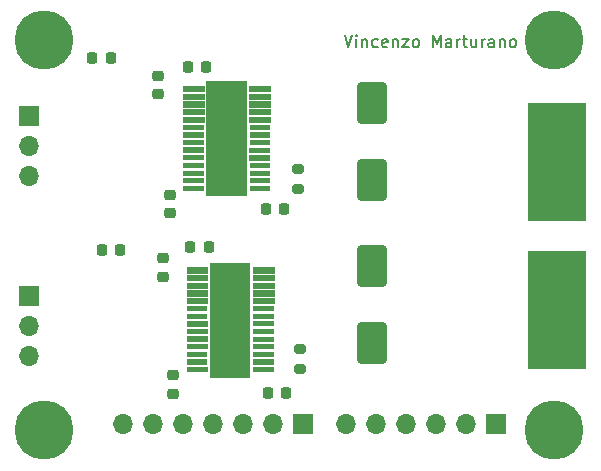
<source format=gts>
G04 #@! TF.GenerationSoftware,KiCad,Pcbnew,6.0.4-6f826c9f35~116~ubuntu20.04.1*
G04 #@! TF.CreationDate,2022-04-25T13:09:09+02:00*
G04 #@! TF.ProjectId,foc,666f632e-6b69-4636-9164-5f7063625858,rev?*
G04 #@! TF.SameCoordinates,Original*
G04 #@! TF.FileFunction,Soldermask,Top*
G04 #@! TF.FilePolarity,Negative*
%FSLAX46Y46*%
G04 Gerber Fmt 4.6, Leading zero omitted, Abs format (unit mm)*
G04 Created by KiCad (PCBNEW 6.0.4-6f826c9f35~116~ubuntu20.04.1) date 2022-04-25 13:09:09*
%MOMM*%
%LPD*%
G01*
G04 APERTURE LIST*
G04 Aperture macros list*
%AMRoundRect*
0 Rectangle with rounded corners*
0 $1 Rounding radius*
0 $2 $3 $4 $5 $6 $7 $8 $9 X,Y pos of 4 corners*
0 Add a 4 corners polygon primitive as box body*
4,1,4,$2,$3,$4,$5,$6,$7,$8,$9,$2,$3,0*
0 Add four circle primitives for the rounded corners*
1,1,$1+$1,$2,$3*
1,1,$1+$1,$4,$5*
1,1,$1+$1,$6,$7*
1,1,$1+$1,$8,$9*
0 Add four rect primitives between the rounded corners*
20,1,$1+$1,$2,$3,$4,$5,0*
20,1,$1+$1,$4,$5,$6,$7,0*
20,1,$1+$1,$6,$7,$8,$9,0*
20,1,$1+$1,$8,$9,$2,$3,0*%
G04 Aperture macros list end*
%ADD10C,0.150000*%
%ADD11C,0.010000*%
%ADD12R,1.700000X1.700000*%
%ADD13O,1.700000X1.700000*%
%ADD14C,0.800000*%
%ADD15C,5.000000*%
%ADD16RoundRect,0.225000X0.250000X-0.225000X0.250000X0.225000X-0.250000X0.225000X-0.250000X-0.225000X0*%
%ADD17RoundRect,0.225000X-0.250000X0.225000X-0.250000X-0.225000X0.250000X-0.225000X0.250000X0.225000X0*%
%ADD18RoundRect,0.250000X-1.000000X1.500000X-1.000000X-1.500000X1.000000X-1.500000X1.000000X1.500000X0*%
%ADD19RoundRect,0.225000X0.225000X0.250000X-0.225000X0.250000X-0.225000X-0.250000X0.225000X-0.250000X0*%
%ADD20RoundRect,0.225000X-0.225000X-0.250000X0.225000X-0.250000X0.225000X0.250000X-0.225000X0.250000X0*%
%ADD21RoundRect,0.200000X0.275000X-0.200000X0.275000X0.200000X-0.275000X0.200000X-0.275000X-0.200000X0*%
%ADD22R,5.000000X10.000000*%
G04 APERTURE END LIST*
D10*
X167696476Y-88479380D02*
X168029809Y-89479380D01*
X168363142Y-88479380D01*
X168696476Y-89479380D02*
X168696476Y-88812714D01*
X168696476Y-88479380D02*
X168648857Y-88527000D01*
X168696476Y-88574619D01*
X168744095Y-88527000D01*
X168696476Y-88479380D01*
X168696476Y-88574619D01*
X169172666Y-88812714D02*
X169172666Y-89479380D01*
X169172666Y-88907952D02*
X169220285Y-88860333D01*
X169315523Y-88812714D01*
X169458380Y-88812714D01*
X169553619Y-88860333D01*
X169601238Y-88955571D01*
X169601238Y-89479380D01*
X170506000Y-89431761D02*
X170410761Y-89479380D01*
X170220285Y-89479380D01*
X170125047Y-89431761D01*
X170077428Y-89384142D01*
X170029809Y-89288904D01*
X170029809Y-89003190D01*
X170077428Y-88907952D01*
X170125047Y-88860333D01*
X170220285Y-88812714D01*
X170410761Y-88812714D01*
X170506000Y-88860333D01*
X171315523Y-89431761D02*
X171220285Y-89479380D01*
X171029809Y-89479380D01*
X170934571Y-89431761D01*
X170886952Y-89336523D01*
X170886952Y-88955571D01*
X170934571Y-88860333D01*
X171029809Y-88812714D01*
X171220285Y-88812714D01*
X171315523Y-88860333D01*
X171363142Y-88955571D01*
X171363142Y-89050809D01*
X170886952Y-89146047D01*
X171791714Y-88812714D02*
X171791714Y-89479380D01*
X171791714Y-88907952D02*
X171839333Y-88860333D01*
X171934571Y-88812714D01*
X172077428Y-88812714D01*
X172172666Y-88860333D01*
X172220285Y-88955571D01*
X172220285Y-89479380D01*
X172601238Y-88812714D02*
X173125047Y-88812714D01*
X172601238Y-89479380D01*
X173125047Y-89479380D01*
X173648857Y-89479380D02*
X173553619Y-89431761D01*
X173506000Y-89384142D01*
X173458380Y-89288904D01*
X173458380Y-89003190D01*
X173506000Y-88907952D01*
X173553619Y-88860333D01*
X173648857Y-88812714D01*
X173791714Y-88812714D01*
X173886952Y-88860333D01*
X173934571Y-88907952D01*
X173982190Y-89003190D01*
X173982190Y-89288904D01*
X173934571Y-89384142D01*
X173886952Y-89431761D01*
X173791714Y-89479380D01*
X173648857Y-89479380D01*
X175172666Y-89479380D02*
X175172666Y-88479380D01*
X175506000Y-89193666D01*
X175839333Y-88479380D01*
X175839333Y-89479380D01*
X176744095Y-89479380D02*
X176744095Y-88955571D01*
X176696476Y-88860333D01*
X176601238Y-88812714D01*
X176410761Y-88812714D01*
X176315523Y-88860333D01*
X176744095Y-89431761D02*
X176648857Y-89479380D01*
X176410761Y-89479380D01*
X176315523Y-89431761D01*
X176267904Y-89336523D01*
X176267904Y-89241285D01*
X176315523Y-89146047D01*
X176410761Y-89098428D01*
X176648857Y-89098428D01*
X176744095Y-89050809D01*
X177220285Y-89479380D02*
X177220285Y-88812714D01*
X177220285Y-89003190D02*
X177267904Y-88907952D01*
X177315523Y-88860333D01*
X177410761Y-88812714D01*
X177506000Y-88812714D01*
X177696476Y-88812714D02*
X178077428Y-88812714D01*
X177839333Y-88479380D02*
X177839333Y-89336523D01*
X177886952Y-89431761D01*
X177982190Y-89479380D01*
X178077428Y-89479380D01*
X178839333Y-88812714D02*
X178839333Y-89479380D01*
X178410761Y-88812714D02*
X178410761Y-89336523D01*
X178458380Y-89431761D01*
X178553619Y-89479380D01*
X178696476Y-89479380D01*
X178791714Y-89431761D01*
X178839333Y-89384142D01*
X179315523Y-89479380D02*
X179315523Y-88812714D01*
X179315523Y-89003190D02*
X179363142Y-88907952D01*
X179410761Y-88860333D01*
X179506000Y-88812714D01*
X179601238Y-88812714D01*
X180363142Y-89479380D02*
X180363142Y-88955571D01*
X180315523Y-88860333D01*
X180220285Y-88812714D01*
X180029809Y-88812714D01*
X179934571Y-88860333D01*
X180363142Y-89431761D02*
X180267904Y-89479380D01*
X180029809Y-89479380D01*
X179934571Y-89431761D01*
X179886952Y-89336523D01*
X179886952Y-89241285D01*
X179934571Y-89146047D01*
X180029809Y-89098428D01*
X180267904Y-89098428D01*
X180363142Y-89050809D01*
X180839333Y-88812714D02*
X180839333Y-89479380D01*
X180839333Y-88907952D02*
X180886952Y-88860333D01*
X180982190Y-88812714D01*
X181125047Y-88812714D01*
X181220285Y-88860333D01*
X181267904Y-88955571D01*
X181267904Y-89479380D01*
X181886952Y-89479380D02*
X181791714Y-89431761D01*
X181744095Y-89384142D01*
X181696476Y-89288904D01*
X181696476Y-89003190D01*
X181744095Y-88907952D01*
X181791714Y-88860333D01*
X181886952Y-88812714D01*
X182029809Y-88812714D01*
X182125047Y-88860333D01*
X182172666Y-88907952D01*
X182220285Y-89003190D01*
X182220285Y-89288904D01*
X182172666Y-89384142D01*
X182125047Y-89431761D01*
X182029809Y-89479380D01*
X181886952Y-89479380D01*
G36*
X161407500Y-101659000D02*
G01*
X159667500Y-101659000D01*
X159667500Y-101219000D01*
X161407500Y-101219000D01*
X161407500Y-101659000D01*
G37*
G36*
X155781700Y-95826200D02*
G01*
X154041700Y-95826200D01*
X154041700Y-95386200D01*
X155781700Y-95386200D01*
X155781700Y-95826200D01*
G37*
D11*
X155781700Y-95826200D02*
X154041700Y-95826200D01*
X154041700Y-95386200D01*
X155781700Y-95386200D01*
X155781700Y-95826200D01*
G36*
X159426300Y-102116200D02*
G01*
X156009900Y-102116200D01*
X156009900Y-92379800D01*
X159426300Y-92379800D01*
X159426300Y-102116200D01*
G37*
G36*
X155768700Y-97137800D02*
G01*
X154028700Y-97137800D01*
X154028700Y-96697800D01*
X155768700Y-96697800D01*
X155768700Y-97137800D01*
G37*
G36*
X155768700Y-96502800D02*
G01*
X154028700Y-96502800D01*
X154028700Y-96062800D01*
X155768700Y-96062800D01*
X155768700Y-96502800D01*
G37*
G36*
X158911700Y-100461200D02*
G01*
X156511700Y-100461200D01*
X156511700Y-94001200D01*
X158911700Y-94001200D01*
X158911700Y-100461200D01*
G37*
X158911700Y-100461200D02*
X156511700Y-100461200D01*
X156511700Y-94001200D01*
X158911700Y-94001200D01*
X158911700Y-100461200D01*
G36*
X155781700Y-95176200D02*
G01*
X154041700Y-95176200D01*
X154041700Y-94736200D01*
X155781700Y-94736200D01*
X155781700Y-95176200D01*
G37*
X155781700Y-95176200D02*
X154041700Y-95176200D01*
X154041700Y-94736200D01*
X155781700Y-94736200D01*
X155781700Y-95176200D01*
G36*
X155794100Y-97798200D02*
G01*
X154054100Y-97798200D01*
X154054100Y-97358200D01*
X155794100Y-97358200D01*
X155794100Y-97798200D01*
G37*
G36*
X155768700Y-101024000D02*
G01*
X154028700Y-101024000D01*
X154028700Y-100584000D01*
X155768700Y-100584000D01*
X155768700Y-101024000D01*
G37*
G36*
X161381700Y-93876200D02*
G01*
X159641700Y-93876200D01*
X159641700Y-93436200D01*
X161381700Y-93436200D01*
X161381700Y-93876200D01*
G37*
X161381700Y-93876200D02*
X159641700Y-93876200D01*
X159641700Y-93436200D01*
X161381700Y-93436200D01*
X161381700Y-93876200D01*
G36*
X155781700Y-93876200D02*
G01*
X154041700Y-93876200D01*
X154041700Y-93436200D01*
X155781700Y-93436200D01*
X155781700Y-93876200D01*
G37*
X155781700Y-93876200D02*
X154041700Y-93876200D01*
X154041700Y-93436200D01*
X155781700Y-93436200D01*
X155781700Y-93876200D01*
G36*
X161407500Y-97137800D02*
G01*
X159667500Y-97137800D01*
X159667500Y-96697800D01*
X161407500Y-96697800D01*
X161407500Y-97137800D01*
G37*
G36*
X161381700Y-95176200D02*
G01*
X159641700Y-95176200D01*
X159641700Y-94736200D01*
X161381700Y-94736200D01*
X161381700Y-95176200D01*
G37*
X161381700Y-95176200D02*
X159641700Y-95176200D01*
X159641700Y-94736200D01*
X161381700Y-94736200D01*
X161381700Y-95176200D01*
G36*
X161407500Y-97772800D02*
G01*
X159667500Y-97772800D01*
X159667500Y-97332800D01*
X161407500Y-97332800D01*
X161407500Y-97772800D01*
G37*
G36*
X161407500Y-100389000D02*
G01*
X159667500Y-100389000D01*
X159667500Y-99949000D01*
X161407500Y-99949000D01*
X161407500Y-100389000D01*
G37*
G36*
X155794100Y-98407800D02*
G01*
X154054100Y-98407800D01*
X154054100Y-97967800D01*
X155794100Y-97967800D01*
X155794100Y-98407800D01*
G37*
G36*
X155794100Y-101684400D02*
G01*
X154054100Y-101684400D01*
X154054100Y-101244400D01*
X155794100Y-101244400D01*
X155794100Y-101684400D01*
G37*
G36*
X155781700Y-94526200D02*
G01*
X154041700Y-94526200D01*
X154041700Y-94086200D01*
X155781700Y-94086200D01*
X155781700Y-94526200D01*
G37*
X155781700Y-94526200D02*
X154041700Y-94526200D01*
X154041700Y-94086200D01*
X155781700Y-94086200D01*
X155781700Y-94526200D01*
G36*
X161381700Y-94526200D02*
G01*
X159641700Y-94526200D01*
X159641700Y-94086200D01*
X161381700Y-94086200D01*
X161381700Y-94526200D01*
G37*
X161381700Y-94526200D02*
X159641700Y-94526200D01*
X159641700Y-94086200D01*
X161381700Y-94086200D01*
X161381700Y-94526200D01*
G36*
X155781700Y-93226200D02*
G01*
X154041700Y-93226200D01*
X154041700Y-92786200D01*
X155781700Y-92786200D01*
X155781700Y-93226200D01*
G37*
X155781700Y-93226200D02*
X154041700Y-93226200D01*
X154041700Y-92786200D01*
X155781700Y-92786200D01*
X155781700Y-93226200D01*
G36*
X161381700Y-95826200D02*
G01*
X159641700Y-95826200D01*
X159641700Y-95386200D01*
X161381700Y-95386200D01*
X161381700Y-95826200D01*
G37*
X161381700Y-95826200D02*
X159641700Y-95826200D01*
X159641700Y-95386200D01*
X161381700Y-95386200D01*
X161381700Y-95826200D01*
G36*
X161407500Y-101024000D02*
G01*
X159667500Y-101024000D01*
X159667500Y-100584000D01*
X161407500Y-100584000D01*
X161407500Y-101024000D01*
G37*
G36*
X161382100Y-99093600D02*
G01*
X159642100Y-99093600D01*
X159642100Y-98653600D01*
X161382100Y-98653600D01*
X161382100Y-99093600D01*
G37*
G36*
X161381700Y-93226200D02*
G01*
X159641700Y-93226200D01*
X159641700Y-92786200D01*
X161381700Y-92786200D01*
X161381700Y-93226200D01*
G37*
X161381700Y-93226200D02*
X159641700Y-93226200D01*
X159641700Y-92786200D01*
X161381700Y-92786200D01*
X161381700Y-93226200D01*
G36*
X155794100Y-99728600D02*
G01*
X154054100Y-99728600D01*
X154054100Y-99288600D01*
X155794100Y-99288600D01*
X155794100Y-99728600D01*
G37*
G36*
X155794100Y-99068200D02*
G01*
X154054100Y-99068200D01*
X154054100Y-98628200D01*
X155794100Y-98628200D01*
X155794100Y-99068200D01*
G37*
G36*
X155781700Y-100376200D02*
G01*
X154041700Y-100376200D01*
X154041700Y-99936200D01*
X155781700Y-99936200D01*
X155781700Y-100376200D01*
G37*
G36*
X161407500Y-99728600D02*
G01*
X159667500Y-99728600D01*
X159667500Y-99288600D01*
X161407500Y-99288600D01*
X161407500Y-99728600D01*
G37*
G36*
X161382100Y-98433200D02*
G01*
X159642100Y-98433200D01*
X159642100Y-97993200D01*
X161382100Y-97993200D01*
X161382100Y-98433200D01*
G37*
G36*
X161407500Y-96477400D02*
G01*
X159667500Y-96477400D01*
X159667500Y-96037400D01*
X161407500Y-96037400D01*
X161407500Y-96477400D01*
G37*
G36*
X161712300Y-117000600D02*
G01*
X159972300Y-117000600D01*
X159972300Y-116560600D01*
X161712300Y-116560600D01*
X161712300Y-117000600D01*
G37*
G36*
X156086500Y-109217800D02*
G01*
X154346500Y-109217800D01*
X154346500Y-108777800D01*
X156086500Y-108777800D01*
X156086500Y-109217800D01*
G37*
X156086500Y-109217800D02*
X154346500Y-109217800D01*
X154346500Y-108777800D01*
X156086500Y-108777800D01*
X156086500Y-109217800D01*
G36*
X156073500Y-111844400D02*
G01*
X154333500Y-111844400D01*
X154333500Y-111404400D01*
X156073500Y-111404400D01*
X156073500Y-111844400D01*
G37*
G36*
X156086500Y-115717800D02*
G01*
X154346500Y-115717800D01*
X154346500Y-115277800D01*
X156086500Y-115277800D01*
X156086500Y-115717800D01*
G37*
G36*
X161686500Y-109217800D02*
G01*
X159946500Y-109217800D01*
X159946500Y-108777800D01*
X161686500Y-108777800D01*
X161686500Y-109217800D01*
G37*
X161686500Y-109217800D02*
X159946500Y-109217800D01*
X159946500Y-108777800D01*
X161686500Y-108777800D01*
X161686500Y-109217800D01*
G36*
X161686900Y-113774800D02*
G01*
X159946900Y-113774800D01*
X159946900Y-113334800D01*
X161686900Y-113334800D01*
X161686900Y-113774800D01*
G37*
G36*
X156098900Y-113139800D02*
G01*
X154358900Y-113139800D01*
X154358900Y-112699800D01*
X156098900Y-112699800D01*
X156098900Y-113139800D01*
G37*
G36*
X161712300Y-112479400D02*
G01*
X159972300Y-112479400D01*
X159972300Y-112039400D01*
X161712300Y-112039400D01*
X161712300Y-112479400D01*
G37*
G36*
X156098900Y-114409800D02*
G01*
X154358900Y-114409800D01*
X154358900Y-113969800D01*
X156098900Y-113969800D01*
X156098900Y-114409800D01*
G37*
G36*
X161712300Y-115070200D02*
G01*
X159972300Y-115070200D01*
X159972300Y-114630200D01*
X161712300Y-114630200D01*
X161712300Y-115070200D01*
G37*
G36*
X159731100Y-117457800D02*
G01*
X156314700Y-117457800D01*
X156314700Y-107721400D01*
X159731100Y-107721400D01*
X159731100Y-117457800D01*
G37*
G36*
X161686500Y-111167800D02*
G01*
X159946500Y-111167800D01*
X159946500Y-110727800D01*
X161686500Y-110727800D01*
X161686500Y-111167800D01*
G37*
X161686500Y-111167800D02*
X159946500Y-111167800D01*
X159946500Y-110727800D01*
X161686500Y-110727800D01*
X161686500Y-111167800D01*
G36*
X156086500Y-111167800D02*
G01*
X154346500Y-111167800D01*
X154346500Y-110727800D01*
X156086500Y-110727800D01*
X156086500Y-111167800D01*
G37*
X156086500Y-111167800D02*
X154346500Y-111167800D01*
X154346500Y-110727800D01*
X156086500Y-110727800D01*
X156086500Y-111167800D01*
G36*
X156098900Y-113749400D02*
G01*
X154358900Y-113749400D01*
X154358900Y-113309400D01*
X156098900Y-113309400D01*
X156098900Y-113749400D01*
G37*
G36*
X161686900Y-114435200D02*
G01*
X159946900Y-114435200D01*
X159946900Y-113995200D01*
X161686900Y-113995200D01*
X161686900Y-114435200D01*
G37*
G36*
X156086500Y-109867800D02*
G01*
X154346500Y-109867800D01*
X154346500Y-109427800D01*
X156086500Y-109427800D01*
X156086500Y-109867800D01*
G37*
X156086500Y-109867800D02*
X154346500Y-109867800D01*
X154346500Y-109427800D01*
X156086500Y-109427800D01*
X156086500Y-109867800D01*
G36*
X156098900Y-117026000D02*
G01*
X154358900Y-117026000D01*
X154358900Y-116586000D01*
X156098900Y-116586000D01*
X156098900Y-117026000D01*
G37*
G36*
X161686500Y-109867800D02*
G01*
X159946500Y-109867800D01*
X159946500Y-109427800D01*
X161686500Y-109427800D01*
X161686500Y-109867800D01*
G37*
X161686500Y-109867800D02*
X159946500Y-109867800D01*
X159946500Y-109427800D01*
X161686500Y-109427800D01*
X161686500Y-109867800D01*
G36*
X161686500Y-110517800D02*
G01*
X159946500Y-110517800D01*
X159946500Y-110077800D01*
X161686500Y-110077800D01*
X161686500Y-110517800D01*
G37*
X161686500Y-110517800D02*
X159946500Y-110517800D01*
X159946500Y-110077800D01*
X161686500Y-110077800D01*
X161686500Y-110517800D01*
G36*
X156086500Y-110517800D02*
G01*
X154346500Y-110517800D01*
X154346500Y-110077800D01*
X156086500Y-110077800D01*
X156086500Y-110517800D01*
G37*
X156086500Y-110517800D02*
X154346500Y-110517800D01*
X154346500Y-110077800D01*
X156086500Y-110077800D01*
X156086500Y-110517800D01*
G36*
X161712300Y-113114400D02*
G01*
X159972300Y-113114400D01*
X159972300Y-112674400D01*
X161712300Y-112674400D01*
X161712300Y-113114400D01*
G37*
G36*
X156098900Y-115070200D02*
G01*
X154358900Y-115070200D01*
X154358900Y-114630200D01*
X156098900Y-114630200D01*
X156098900Y-115070200D01*
G37*
G36*
X156086500Y-108567800D02*
G01*
X154346500Y-108567800D01*
X154346500Y-108127800D01*
X156086500Y-108127800D01*
X156086500Y-108567800D01*
G37*
X156086500Y-108567800D02*
X154346500Y-108567800D01*
X154346500Y-108127800D01*
X156086500Y-108127800D01*
X156086500Y-108567800D01*
G36*
X161686500Y-108567800D02*
G01*
X159946500Y-108567800D01*
X159946500Y-108127800D01*
X161686500Y-108127800D01*
X161686500Y-108567800D01*
G37*
X161686500Y-108567800D02*
X159946500Y-108567800D01*
X159946500Y-108127800D01*
X161686500Y-108127800D01*
X161686500Y-108567800D01*
G36*
X161712300Y-116365600D02*
G01*
X159972300Y-116365600D01*
X159972300Y-115925600D01*
X161712300Y-115925600D01*
X161712300Y-116365600D01*
G37*
G36*
X159216500Y-115802800D02*
G01*
X156816500Y-115802800D01*
X156816500Y-109342800D01*
X159216500Y-109342800D01*
X159216500Y-115802800D01*
G37*
X159216500Y-115802800D02*
X156816500Y-115802800D01*
X156816500Y-109342800D01*
X159216500Y-109342800D01*
X159216500Y-115802800D01*
G36*
X156073500Y-116365600D02*
G01*
X154333500Y-116365600D01*
X154333500Y-115925600D01*
X156073500Y-115925600D01*
X156073500Y-116365600D01*
G37*
G36*
X156073500Y-112479400D02*
G01*
X154333500Y-112479400D01*
X154333500Y-112039400D01*
X156073500Y-112039400D01*
X156073500Y-112479400D01*
G37*
G36*
X161712300Y-115730600D02*
G01*
X159972300Y-115730600D01*
X159972300Y-115290600D01*
X161712300Y-115290600D01*
X161712300Y-115730600D01*
G37*
G36*
X161712300Y-111819000D02*
G01*
X159972300Y-111819000D01*
X159972300Y-111379000D01*
X161712300Y-111379000D01*
X161712300Y-111819000D01*
G37*
D12*
X140970000Y-95315800D03*
D13*
X140970000Y-97855800D03*
X140970000Y-100395800D03*
D12*
X180543200Y-121405800D03*
D13*
X178003200Y-121405800D03*
X175463200Y-121405800D03*
X172923200Y-121405800D03*
X170383200Y-121405800D03*
X167843200Y-121405800D03*
D14*
X140365000Y-121920000D03*
X140914175Y-123245825D03*
X143565825Y-120594175D03*
X142240000Y-120045000D03*
D15*
X142240000Y-121920000D03*
D14*
X142240000Y-123795000D03*
X140914175Y-120594175D03*
X144115000Y-121920000D03*
X143565825Y-123245825D03*
D16*
X152342700Y-108928200D03*
X152342700Y-107378200D03*
D17*
X153162000Y-117284200D03*
X153162000Y-118834200D03*
D15*
X142240000Y-88900000D03*
D14*
X140365000Y-88900000D03*
X140914175Y-90225825D03*
X140914175Y-87574175D03*
X142240000Y-90775000D03*
X144115000Y-88900000D03*
X143565825Y-87574175D03*
X142240000Y-87025000D03*
X143565825Y-90225825D03*
D16*
X151892000Y-93485000D03*
X151892000Y-91935000D03*
D18*
X170027600Y-108002000D03*
X170027600Y-114502000D03*
D12*
X164139800Y-121405800D03*
D13*
X161599800Y-121405800D03*
X159059800Y-121405800D03*
X156519800Y-121405800D03*
X153979800Y-121405800D03*
X151439800Y-121405800D03*
X148899800Y-121405800D03*
D19*
X156206700Y-106425400D03*
X154656700Y-106425400D03*
X148730000Y-106680000D03*
X147180000Y-106680000D03*
D12*
X140970000Y-110555800D03*
D13*
X140970000Y-113095800D03*
X140970000Y-115635800D03*
D19*
X155969000Y-91186000D03*
X154419000Y-91186000D03*
D17*
X152908000Y-102006400D03*
X152908000Y-103556400D03*
D14*
X185420000Y-123795000D03*
D15*
X185420000Y-121920000D03*
D14*
X186745825Y-123245825D03*
X187295000Y-121920000D03*
X186745825Y-120594175D03*
X184094175Y-123245825D03*
X185420000Y-120045000D03*
X183545000Y-121920000D03*
X184094175Y-120594175D03*
X184094175Y-90225825D03*
D15*
X185420000Y-88900000D03*
D14*
X187295000Y-88900000D03*
X186745825Y-87574175D03*
X183545000Y-88900000D03*
X185420000Y-87025000D03*
X186745825Y-90225825D03*
X184094175Y-87574175D03*
X185420000Y-90775000D03*
D20*
X161026100Y-103225600D03*
X162576100Y-103225600D03*
D21*
X163931600Y-116699800D03*
X163931600Y-115049800D03*
D22*
X185699400Y-111734600D03*
D18*
X170027600Y-94225300D03*
X170027600Y-100725300D03*
D22*
X185674000Y-99187000D03*
D19*
X147891800Y-90373200D03*
X146341800Y-90373200D03*
D21*
X163728400Y-101459800D03*
X163728400Y-99809800D03*
D20*
X161229300Y-118770400D03*
X162779300Y-118770400D03*
M02*

</source>
